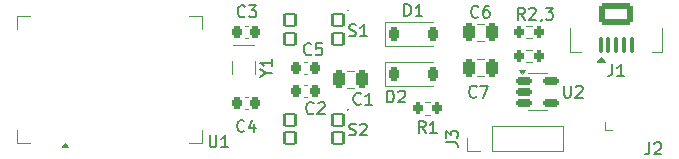
<source format=gbr>
%TF.GenerationSoftware,KiCad,Pcbnew,8.0.9*%
%TF.CreationDate,2025-03-20T13:35:36-07:00*%
%TF.ProjectId,bmbbmcp,626d6262-6d63-4702-9e6b-696361645f70,R1*%
%TF.SameCoordinates,Original*%
%TF.FileFunction,Legend,Top*%
%TF.FilePolarity,Positive*%
%FSLAX46Y46*%
G04 Gerber Fmt 4.6, Leading zero omitted, Abs format (unit mm)*
G04 Created by KiCad (PCBNEW 8.0.9) date 2025-03-20 13:35:36*
%MOMM*%
%LPD*%
G01*
G04 APERTURE LIST*
G04 Aperture macros list*
%AMRoundRect*
0 Rectangle with rounded corners*
0 $1 Rounding radius*
0 $2 $3 $4 $5 $6 $7 $8 $9 X,Y pos of 4 corners*
0 Add a 4 corners polygon primitive as box body*
4,1,4,$2,$3,$4,$5,$6,$7,$8,$9,$2,$3,0*
0 Add four circle primitives for the rounded corners*
1,1,$1+$1,$2,$3*
1,1,$1+$1,$4,$5*
1,1,$1+$1,$6,$7*
1,1,$1+$1,$8,$9*
0 Add four rect primitives between the rounded corners*
20,1,$1+$1,$2,$3,$4,$5,0*
20,1,$1+$1,$4,$5,$6,$7,0*
20,1,$1+$1,$6,$7,$8,$9,0*
20,1,$1+$1,$8,$9,$2,$3,0*%
G04 Aperture macros list end*
%ADD10C,0.150000*%
%ADD11C,0.120000*%
%ADD12C,0.127000*%
%ADD13RoundRect,0.225000X-0.225000X-0.250000X0.225000X-0.250000X0.225000X0.250000X-0.225000X0.250000X0*%
%ADD14RoundRect,0.250000X-0.250000X-0.475000X0.250000X-0.475000X0.250000X0.475000X-0.250000X0.475000X0*%
%ADD15RoundRect,0.102000X-0.450000X-0.500000X0.450000X-0.500000X0.450000X0.500000X-0.450000X0.500000X0*%
%ADD16RoundRect,0.200000X-0.200000X-0.275000X0.200000X-0.275000X0.200000X0.275000X-0.200000X0.275000X0*%
%ADD17RoundRect,0.100000X0.100000X0.575000X-0.100000X0.575000X-0.100000X-0.575000X0.100000X-0.575000X0*%
%ADD18O,1.000000X1.900000*%
%ADD19R,0.875000X1.900000*%
%ADD20O,1.050000X1.250000*%
%ADD21RoundRect,0.250000X1.200000X0.700000X-1.200000X0.700000X-1.200000X-0.700000X1.200000X-0.700000X0*%
%ADD22RoundRect,0.225000X-0.225000X-0.375000X0.225000X-0.375000X0.225000X0.375000X-0.225000X0.375000X0*%
%ADD23R,0.400000X0.600000*%
%ADD24R,0.600000X0.400000*%
%ADD25R,1.350000X1.350000*%
%ADD26O,1.350000X1.350000*%
%ADD27RoundRect,0.150000X-0.512500X-0.150000X0.512500X-0.150000X0.512500X0.150000X-0.512500X0.150000X0*%
%ADD28R,1.800000X1.000000*%
%ADD29C,0.990600*%
%ADD30C,0.787400*%
G04 APERTURE END LIST*
D10*
X145633333Y-90759580D02*
X145585714Y-90807200D01*
X145585714Y-90807200D02*
X145442857Y-90854819D01*
X145442857Y-90854819D02*
X145347619Y-90854819D01*
X145347619Y-90854819D02*
X145204762Y-90807200D01*
X145204762Y-90807200D02*
X145109524Y-90711961D01*
X145109524Y-90711961D02*
X145061905Y-90616723D01*
X145061905Y-90616723D02*
X145014286Y-90426247D01*
X145014286Y-90426247D02*
X145014286Y-90283390D01*
X145014286Y-90283390D02*
X145061905Y-90092914D01*
X145061905Y-90092914D02*
X145109524Y-89997676D01*
X145109524Y-89997676D02*
X145204762Y-89902438D01*
X145204762Y-89902438D02*
X145347619Y-89854819D01*
X145347619Y-89854819D02*
X145442857Y-89854819D01*
X145442857Y-89854819D02*
X145585714Y-89902438D01*
X145585714Y-89902438D02*
X145633333Y-89950057D01*
X146538095Y-89854819D02*
X146061905Y-89854819D01*
X146061905Y-89854819D02*
X146014286Y-90331009D01*
X146014286Y-90331009D02*
X146061905Y-90283390D01*
X146061905Y-90283390D02*
X146157143Y-90235771D01*
X146157143Y-90235771D02*
X146395238Y-90235771D01*
X146395238Y-90235771D02*
X146490476Y-90283390D01*
X146490476Y-90283390D02*
X146538095Y-90331009D01*
X146538095Y-90331009D02*
X146585714Y-90426247D01*
X146585714Y-90426247D02*
X146585714Y-90664342D01*
X146585714Y-90664342D02*
X146538095Y-90759580D01*
X146538095Y-90759580D02*
X146490476Y-90807200D01*
X146490476Y-90807200D02*
X146395238Y-90854819D01*
X146395238Y-90854819D02*
X146157143Y-90854819D01*
X146157143Y-90854819D02*
X146061905Y-90807200D01*
X146061905Y-90807200D02*
X146014286Y-90759580D01*
X149833333Y-94959580D02*
X149785714Y-95007200D01*
X149785714Y-95007200D02*
X149642857Y-95054819D01*
X149642857Y-95054819D02*
X149547619Y-95054819D01*
X149547619Y-95054819D02*
X149404762Y-95007200D01*
X149404762Y-95007200D02*
X149309524Y-94911961D01*
X149309524Y-94911961D02*
X149261905Y-94816723D01*
X149261905Y-94816723D02*
X149214286Y-94626247D01*
X149214286Y-94626247D02*
X149214286Y-94483390D01*
X149214286Y-94483390D02*
X149261905Y-94292914D01*
X149261905Y-94292914D02*
X149309524Y-94197676D01*
X149309524Y-94197676D02*
X149404762Y-94102438D01*
X149404762Y-94102438D02*
X149547619Y-94054819D01*
X149547619Y-94054819D02*
X149642857Y-94054819D01*
X149642857Y-94054819D02*
X149785714Y-94102438D01*
X149785714Y-94102438D02*
X149833333Y-94150057D01*
X150785714Y-95054819D02*
X150214286Y-95054819D01*
X150500000Y-95054819D02*
X150500000Y-94054819D01*
X150500000Y-94054819D02*
X150404762Y-94197676D01*
X150404762Y-94197676D02*
X150309524Y-94292914D01*
X150309524Y-94292914D02*
X150214286Y-94340533D01*
X148838095Y-89207200D02*
X148980952Y-89254819D01*
X148980952Y-89254819D02*
X149219047Y-89254819D01*
X149219047Y-89254819D02*
X149314285Y-89207200D01*
X149314285Y-89207200D02*
X149361904Y-89159580D01*
X149361904Y-89159580D02*
X149409523Y-89064342D01*
X149409523Y-89064342D02*
X149409523Y-88969104D01*
X149409523Y-88969104D02*
X149361904Y-88873866D01*
X149361904Y-88873866D02*
X149314285Y-88826247D01*
X149314285Y-88826247D02*
X149219047Y-88778628D01*
X149219047Y-88778628D02*
X149028571Y-88731009D01*
X149028571Y-88731009D02*
X148933333Y-88683390D01*
X148933333Y-88683390D02*
X148885714Y-88635771D01*
X148885714Y-88635771D02*
X148838095Y-88540533D01*
X148838095Y-88540533D02*
X148838095Y-88445295D01*
X148838095Y-88445295D02*
X148885714Y-88350057D01*
X148885714Y-88350057D02*
X148933333Y-88302438D01*
X148933333Y-88302438D02*
X149028571Y-88254819D01*
X149028571Y-88254819D02*
X149266666Y-88254819D01*
X149266666Y-88254819D02*
X149409523Y-88302438D01*
X150361904Y-89254819D02*
X149790476Y-89254819D01*
X150076190Y-89254819D02*
X150076190Y-88254819D01*
X150076190Y-88254819D02*
X149980952Y-88397676D01*
X149980952Y-88397676D02*
X149885714Y-88492914D01*
X149885714Y-88492914D02*
X149790476Y-88540533D01*
X140033333Y-87559580D02*
X139985714Y-87607200D01*
X139985714Y-87607200D02*
X139842857Y-87654819D01*
X139842857Y-87654819D02*
X139747619Y-87654819D01*
X139747619Y-87654819D02*
X139604762Y-87607200D01*
X139604762Y-87607200D02*
X139509524Y-87511961D01*
X139509524Y-87511961D02*
X139461905Y-87416723D01*
X139461905Y-87416723D02*
X139414286Y-87226247D01*
X139414286Y-87226247D02*
X139414286Y-87083390D01*
X139414286Y-87083390D02*
X139461905Y-86892914D01*
X139461905Y-86892914D02*
X139509524Y-86797676D01*
X139509524Y-86797676D02*
X139604762Y-86702438D01*
X139604762Y-86702438D02*
X139747619Y-86654819D01*
X139747619Y-86654819D02*
X139842857Y-86654819D01*
X139842857Y-86654819D02*
X139985714Y-86702438D01*
X139985714Y-86702438D02*
X140033333Y-86750057D01*
X140366667Y-86654819D02*
X140985714Y-86654819D01*
X140985714Y-86654819D02*
X140652381Y-87035771D01*
X140652381Y-87035771D02*
X140795238Y-87035771D01*
X140795238Y-87035771D02*
X140890476Y-87083390D01*
X140890476Y-87083390D02*
X140938095Y-87131009D01*
X140938095Y-87131009D02*
X140985714Y-87226247D01*
X140985714Y-87226247D02*
X140985714Y-87464342D01*
X140985714Y-87464342D02*
X140938095Y-87559580D01*
X140938095Y-87559580D02*
X140890476Y-87607200D01*
X140890476Y-87607200D02*
X140795238Y-87654819D01*
X140795238Y-87654819D02*
X140509524Y-87654819D01*
X140509524Y-87654819D02*
X140414286Y-87607200D01*
X140414286Y-87607200D02*
X140366667Y-87559580D01*
X163719047Y-87854819D02*
X163385714Y-87378628D01*
X163147619Y-87854819D02*
X163147619Y-86854819D01*
X163147619Y-86854819D02*
X163528571Y-86854819D01*
X163528571Y-86854819D02*
X163623809Y-86902438D01*
X163623809Y-86902438D02*
X163671428Y-86950057D01*
X163671428Y-86950057D02*
X163719047Y-87045295D01*
X163719047Y-87045295D02*
X163719047Y-87188152D01*
X163719047Y-87188152D02*
X163671428Y-87283390D01*
X163671428Y-87283390D02*
X163623809Y-87331009D01*
X163623809Y-87331009D02*
X163528571Y-87378628D01*
X163528571Y-87378628D02*
X163147619Y-87378628D01*
X164100000Y-86950057D02*
X164147619Y-86902438D01*
X164147619Y-86902438D02*
X164242857Y-86854819D01*
X164242857Y-86854819D02*
X164480952Y-86854819D01*
X164480952Y-86854819D02*
X164576190Y-86902438D01*
X164576190Y-86902438D02*
X164623809Y-86950057D01*
X164623809Y-86950057D02*
X164671428Y-87045295D01*
X164671428Y-87045295D02*
X164671428Y-87140533D01*
X164671428Y-87140533D02*
X164623809Y-87283390D01*
X164623809Y-87283390D02*
X164052381Y-87854819D01*
X164052381Y-87854819D02*
X164671428Y-87854819D01*
X165147619Y-87807200D02*
X165147619Y-87854819D01*
X165147619Y-87854819D02*
X165100000Y-87950057D01*
X165100000Y-87950057D02*
X165052381Y-87997676D01*
X165480952Y-86854819D02*
X166099999Y-86854819D01*
X166099999Y-86854819D02*
X165766666Y-87235771D01*
X165766666Y-87235771D02*
X165909523Y-87235771D01*
X165909523Y-87235771D02*
X166004761Y-87283390D01*
X166004761Y-87283390D02*
X166052380Y-87331009D01*
X166052380Y-87331009D02*
X166099999Y-87426247D01*
X166099999Y-87426247D02*
X166099999Y-87664342D01*
X166099999Y-87664342D02*
X166052380Y-87759580D01*
X166052380Y-87759580D02*
X166004761Y-87807200D01*
X166004761Y-87807200D02*
X165909523Y-87854819D01*
X165909523Y-87854819D02*
X165623809Y-87854819D01*
X165623809Y-87854819D02*
X165528571Y-87807200D01*
X165528571Y-87807200D02*
X165480952Y-87759580D01*
X171121666Y-91619819D02*
X171121666Y-92334104D01*
X171121666Y-92334104D02*
X171074047Y-92476961D01*
X171074047Y-92476961D02*
X170978809Y-92572200D01*
X170978809Y-92572200D02*
X170835952Y-92619819D01*
X170835952Y-92619819D02*
X170740714Y-92619819D01*
X172121666Y-92619819D02*
X171550238Y-92619819D01*
X171835952Y-92619819D02*
X171835952Y-91619819D01*
X171835952Y-91619819D02*
X171740714Y-91762676D01*
X171740714Y-91762676D02*
X171645476Y-91857914D01*
X171645476Y-91857914D02*
X171550238Y-91905533D01*
X159798333Y-87594580D02*
X159750714Y-87642200D01*
X159750714Y-87642200D02*
X159607857Y-87689819D01*
X159607857Y-87689819D02*
X159512619Y-87689819D01*
X159512619Y-87689819D02*
X159369762Y-87642200D01*
X159369762Y-87642200D02*
X159274524Y-87546961D01*
X159274524Y-87546961D02*
X159226905Y-87451723D01*
X159226905Y-87451723D02*
X159179286Y-87261247D01*
X159179286Y-87261247D02*
X159179286Y-87118390D01*
X159179286Y-87118390D02*
X159226905Y-86927914D01*
X159226905Y-86927914D02*
X159274524Y-86832676D01*
X159274524Y-86832676D02*
X159369762Y-86737438D01*
X159369762Y-86737438D02*
X159512619Y-86689819D01*
X159512619Y-86689819D02*
X159607857Y-86689819D01*
X159607857Y-86689819D02*
X159750714Y-86737438D01*
X159750714Y-86737438D02*
X159798333Y-86785057D01*
X160655476Y-86689819D02*
X160465000Y-86689819D01*
X160465000Y-86689819D02*
X160369762Y-86737438D01*
X160369762Y-86737438D02*
X160322143Y-86785057D01*
X160322143Y-86785057D02*
X160226905Y-86927914D01*
X160226905Y-86927914D02*
X160179286Y-87118390D01*
X160179286Y-87118390D02*
X160179286Y-87499342D01*
X160179286Y-87499342D02*
X160226905Y-87594580D01*
X160226905Y-87594580D02*
X160274524Y-87642200D01*
X160274524Y-87642200D02*
X160369762Y-87689819D01*
X160369762Y-87689819D02*
X160560238Y-87689819D01*
X160560238Y-87689819D02*
X160655476Y-87642200D01*
X160655476Y-87642200D02*
X160703095Y-87594580D01*
X160703095Y-87594580D02*
X160750714Y-87499342D01*
X160750714Y-87499342D02*
X160750714Y-87261247D01*
X160750714Y-87261247D02*
X160703095Y-87166009D01*
X160703095Y-87166009D02*
X160655476Y-87118390D01*
X160655476Y-87118390D02*
X160560238Y-87070771D01*
X160560238Y-87070771D02*
X160369762Y-87070771D01*
X160369762Y-87070771D02*
X160274524Y-87118390D01*
X160274524Y-87118390D02*
X160226905Y-87166009D01*
X160226905Y-87166009D02*
X160179286Y-87261247D01*
X139973333Y-97274580D02*
X139925714Y-97322200D01*
X139925714Y-97322200D02*
X139782857Y-97369819D01*
X139782857Y-97369819D02*
X139687619Y-97369819D01*
X139687619Y-97369819D02*
X139544762Y-97322200D01*
X139544762Y-97322200D02*
X139449524Y-97226961D01*
X139449524Y-97226961D02*
X139401905Y-97131723D01*
X139401905Y-97131723D02*
X139354286Y-96941247D01*
X139354286Y-96941247D02*
X139354286Y-96798390D01*
X139354286Y-96798390D02*
X139401905Y-96607914D01*
X139401905Y-96607914D02*
X139449524Y-96512676D01*
X139449524Y-96512676D02*
X139544762Y-96417438D01*
X139544762Y-96417438D02*
X139687619Y-96369819D01*
X139687619Y-96369819D02*
X139782857Y-96369819D01*
X139782857Y-96369819D02*
X139925714Y-96417438D01*
X139925714Y-96417438D02*
X139973333Y-96465057D01*
X140830476Y-96703152D02*
X140830476Y-97369819D01*
X140592381Y-96322200D02*
X140354286Y-97036485D01*
X140354286Y-97036485D02*
X140973333Y-97036485D01*
X155318333Y-97454819D02*
X154985000Y-96978628D01*
X154746905Y-97454819D02*
X154746905Y-96454819D01*
X154746905Y-96454819D02*
X155127857Y-96454819D01*
X155127857Y-96454819D02*
X155223095Y-96502438D01*
X155223095Y-96502438D02*
X155270714Y-96550057D01*
X155270714Y-96550057D02*
X155318333Y-96645295D01*
X155318333Y-96645295D02*
X155318333Y-96788152D01*
X155318333Y-96788152D02*
X155270714Y-96883390D01*
X155270714Y-96883390D02*
X155223095Y-96931009D01*
X155223095Y-96931009D02*
X155127857Y-96978628D01*
X155127857Y-96978628D02*
X154746905Y-96978628D01*
X156270714Y-97454819D02*
X155699286Y-97454819D01*
X155985000Y-97454819D02*
X155985000Y-96454819D01*
X155985000Y-96454819D02*
X155889762Y-96597676D01*
X155889762Y-96597676D02*
X155794524Y-96692914D01*
X155794524Y-96692914D02*
X155699286Y-96740533D01*
X148838095Y-97607200D02*
X148980952Y-97654819D01*
X148980952Y-97654819D02*
X149219047Y-97654819D01*
X149219047Y-97654819D02*
X149314285Y-97607200D01*
X149314285Y-97607200D02*
X149361904Y-97559580D01*
X149361904Y-97559580D02*
X149409523Y-97464342D01*
X149409523Y-97464342D02*
X149409523Y-97369104D01*
X149409523Y-97369104D02*
X149361904Y-97273866D01*
X149361904Y-97273866D02*
X149314285Y-97226247D01*
X149314285Y-97226247D02*
X149219047Y-97178628D01*
X149219047Y-97178628D02*
X149028571Y-97131009D01*
X149028571Y-97131009D02*
X148933333Y-97083390D01*
X148933333Y-97083390D02*
X148885714Y-97035771D01*
X148885714Y-97035771D02*
X148838095Y-96940533D01*
X148838095Y-96940533D02*
X148838095Y-96845295D01*
X148838095Y-96845295D02*
X148885714Y-96750057D01*
X148885714Y-96750057D02*
X148933333Y-96702438D01*
X148933333Y-96702438D02*
X149028571Y-96654819D01*
X149028571Y-96654819D02*
X149266666Y-96654819D01*
X149266666Y-96654819D02*
X149409523Y-96702438D01*
X149790476Y-96750057D02*
X149838095Y-96702438D01*
X149838095Y-96702438D02*
X149933333Y-96654819D01*
X149933333Y-96654819D02*
X150171428Y-96654819D01*
X150171428Y-96654819D02*
X150266666Y-96702438D01*
X150266666Y-96702438D02*
X150314285Y-96750057D01*
X150314285Y-96750057D02*
X150361904Y-96845295D01*
X150361904Y-96845295D02*
X150361904Y-96940533D01*
X150361904Y-96940533D02*
X150314285Y-97083390D01*
X150314285Y-97083390D02*
X149742857Y-97654819D01*
X149742857Y-97654819D02*
X150361904Y-97654819D01*
X152061905Y-94854819D02*
X152061905Y-93854819D01*
X152061905Y-93854819D02*
X152300000Y-93854819D01*
X152300000Y-93854819D02*
X152442857Y-93902438D01*
X152442857Y-93902438D02*
X152538095Y-93997676D01*
X152538095Y-93997676D02*
X152585714Y-94092914D01*
X152585714Y-94092914D02*
X152633333Y-94283390D01*
X152633333Y-94283390D02*
X152633333Y-94426247D01*
X152633333Y-94426247D02*
X152585714Y-94616723D01*
X152585714Y-94616723D02*
X152538095Y-94711961D01*
X152538095Y-94711961D02*
X152442857Y-94807200D01*
X152442857Y-94807200D02*
X152300000Y-94854819D01*
X152300000Y-94854819D02*
X152061905Y-94854819D01*
X153014286Y-93950057D02*
X153061905Y-93902438D01*
X153061905Y-93902438D02*
X153157143Y-93854819D01*
X153157143Y-93854819D02*
X153395238Y-93854819D01*
X153395238Y-93854819D02*
X153490476Y-93902438D01*
X153490476Y-93902438D02*
X153538095Y-93950057D01*
X153538095Y-93950057D02*
X153585714Y-94045295D01*
X153585714Y-94045295D02*
X153585714Y-94140533D01*
X153585714Y-94140533D02*
X153538095Y-94283390D01*
X153538095Y-94283390D02*
X152966667Y-94854819D01*
X152966667Y-94854819D02*
X153585714Y-94854819D01*
X137038095Y-97654819D02*
X137038095Y-98464342D01*
X137038095Y-98464342D02*
X137085714Y-98559580D01*
X137085714Y-98559580D02*
X137133333Y-98607200D01*
X137133333Y-98607200D02*
X137228571Y-98654819D01*
X137228571Y-98654819D02*
X137419047Y-98654819D01*
X137419047Y-98654819D02*
X137514285Y-98607200D01*
X137514285Y-98607200D02*
X137561904Y-98559580D01*
X137561904Y-98559580D02*
X137609523Y-98464342D01*
X137609523Y-98464342D02*
X137609523Y-97654819D01*
X138609523Y-98654819D02*
X138038095Y-98654819D01*
X138323809Y-98654819D02*
X138323809Y-97654819D01*
X138323809Y-97654819D02*
X138228571Y-97797676D01*
X138228571Y-97797676D02*
X138133333Y-97892914D01*
X138133333Y-97892914D02*
X138038095Y-97940533D01*
X159633333Y-94359580D02*
X159585714Y-94407200D01*
X159585714Y-94407200D02*
X159442857Y-94454819D01*
X159442857Y-94454819D02*
X159347619Y-94454819D01*
X159347619Y-94454819D02*
X159204762Y-94407200D01*
X159204762Y-94407200D02*
X159109524Y-94311961D01*
X159109524Y-94311961D02*
X159061905Y-94216723D01*
X159061905Y-94216723D02*
X159014286Y-94026247D01*
X159014286Y-94026247D02*
X159014286Y-93883390D01*
X159014286Y-93883390D02*
X159061905Y-93692914D01*
X159061905Y-93692914D02*
X159109524Y-93597676D01*
X159109524Y-93597676D02*
X159204762Y-93502438D01*
X159204762Y-93502438D02*
X159347619Y-93454819D01*
X159347619Y-93454819D02*
X159442857Y-93454819D01*
X159442857Y-93454819D02*
X159585714Y-93502438D01*
X159585714Y-93502438D02*
X159633333Y-93550057D01*
X159966667Y-93454819D02*
X160633333Y-93454819D01*
X160633333Y-93454819D02*
X160204762Y-94454819D01*
X153526905Y-87539819D02*
X153526905Y-86539819D01*
X153526905Y-86539819D02*
X153765000Y-86539819D01*
X153765000Y-86539819D02*
X153907857Y-86587438D01*
X153907857Y-86587438D02*
X154003095Y-86682676D01*
X154003095Y-86682676D02*
X154050714Y-86777914D01*
X154050714Y-86777914D02*
X154098333Y-86968390D01*
X154098333Y-86968390D02*
X154098333Y-87111247D01*
X154098333Y-87111247D02*
X154050714Y-87301723D01*
X154050714Y-87301723D02*
X154003095Y-87396961D01*
X154003095Y-87396961D02*
X153907857Y-87492200D01*
X153907857Y-87492200D02*
X153765000Y-87539819D01*
X153765000Y-87539819D02*
X153526905Y-87539819D01*
X155050714Y-87539819D02*
X154479286Y-87539819D01*
X154765000Y-87539819D02*
X154765000Y-86539819D01*
X154765000Y-86539819D02*
X154669762Y-86682676D01*
X154669762Y-86682676D02*
X154574524Y-86777914D01*
X154574524Y-86777914D02*
X154479286Y-86825533D01*
X157054819Y-98248333D02*
X157769104Y-98248333D01*
X157769104Y-98248333D02*
X157911961Y-98295952D01*
X157911961Y-98295952D02*
X158007200Y-98391190D01*
X158007200Y-98391190D02*
X158054819Y-98534047D01*
X158054819Y-98534047D02*
X158054819Y-98629285D01*
X157054819Y-97867380D02*
X157054819Y-97248333D01*
X157054819Y-97248333D02*
X157435771Y-97581666D01*
X157435771Y-97581666D02*
X157435771Y-97438809D01*
X157435771Y-97438809D02*
X157483390Y-97343571D01*
X157483390Y-97343571D02*
X157531009Y-97295952D01*
X157531009Y-97295952D02*
X157626247Y-97248333D01*
X157626247Y-97248333D02*
X157864342Y-97248333D01*
X157864342Y-97248333D02*
X157959580Y-97295952D01*
X157959580Y-97295952D02*
X158007200Y-97343571D01*
X158007200Y-97343571D02*
X158054819Y-97438809D01*
X158054819Y-97438809D02*
X158054819Y-97724523D01*
X158054819Y-97724523D02*
X158007200Y-97819761D01*
X158007200Y-97819761D02*
X157959580Y-97867380D01*
X145833333Y-95759580D02*
X145785714Y-95807200D01*
X145785714Y-95807200D02*
X145642857Y-95854819D01*
X145642857Y-95854819D02*
X145547619Y-95854819D01*
X145547619Y-95854819D02*
X145404762Y-95807200D01*
X145404762Y-95807200D02*
X145309524Y-95711961D01*
X145309524Y-95711961D02*
X145261905Y-95616723D01*
X145261905Y-95616723D02*
X145214286Y-95426247D01*
X145214286Y-95426247D02*
X145214286Y-95283390D01*
X145214286Y-95283390D02*
X145261905Y-95092914D01*
X145261905Y-95092914D02*
X145309524Y-94997676D01*
X145309524Y-94997676D02*
X145404762Y-94902438D01*
X145404762Y-94902438D02*
X145547619Y-94854819D01*
X145547619Y-94854819D02*
X145642857Y-94854819D01*
X145642857Y-94854819D02*
X145785714Y-94902438D01*
X145785714Y-94902438D02*
X145833333Y-94950057D01*
X146214286Y-94950057D02*
X146261905Y-94902438D01*
X146261905Y-94902438D02*
X146357143Y-94854819D01*
X146357143Y-94854819D02*
X146595238Y-94854819D01*
X146595238Y-94854819D02*
X146690476Y-94902438D01*
X146690476Y-94902438D02*
X146738095Y-94950057D01*
X146738095Y-94950057D02*
X146785714Y-95045295D01*
X146785714Y-95045295D02*
X146785714Y-95140533D01*
X146785714Y-95140533D02*
X146738095Y-95283390D01*
X146738095Y-95283390D02*
X146166667Y-95854819D01*
X146166667Y-95854819D02*
X146785714Y-95854819D01*
X167038095Y-93454819D02*
X167038095Y-94264342D01*
X167038095Y-94264342D02*
X167085714Y-94359580D01*
X167085714Y-94359580D02*
X167133333Y-94407200D01*
X167133333Y-94407200D02*
X167228571Y-94454819D01*
X167228571Y-94454819D02*
X167419047Y-94454819D01*
X167419047Y-94454819D02*
X167514285Y-94407200D01*
X167514285Y-94407200D02*
X167561904Y-94359580D01*
X167561904Y-94359580D02*
X167609523Y-94264342D01*
X167609523Y-94264342D02*
X167609523Y-93454819D01*
X168038095Y-93550057D02*
X168085714Y-93502438D01*
X168085714Y-93502438D02*
X168180952Y-93454819D01*
X168180952Y-93454819D02*
X168419047Y-93454819D01*
X168419047Y-93454819D02*
X168514285Y-93502438D01*
X168514285Y-93502438D02*
X168561904Y-93550057D01*
X168561904Y-93550057D02*
X168609523Y-93645295D01*
X168609523Y-93645295D02*
X168609523Y-93740533D01*
X168609523Y-93740533D02*
X168561904Y-93883390D01*
X168561904Y-93883390D02*
X167990476Y-94454819D01*
X167990476Y-94454819D02*
X168609523Y-94454819D01*
X141843628Y-92391190D02*
X142319819Y-92391190D01*
X141319819Y-92724523D02*
X141843628Y-92391190D01*
X141843628Y-92391190D02*
X141319819Y-92057857D01*
X142319819Y-91200714D02*
X142319819Y-91772142D01*
X142319819Y-91486428D02*
X141319819Y-91486428D01*
X141319819Y-91486428D02*
X141462676Y-91581666D01*
X141462676Y-91581666D02*
X141557914Y-91676904D01*
X141557914Y-91676904D02*
X141605533Y-91772142D01*
X174266666Y-98254819D02*
X174266666Y-98969104D01*
X174266666Y-98969104D02*
X174219047Y-99111961D01*
X174219047Y-99111961D02*
X174123809Y-99207200D01*
X174123809Y-99207200D02*
X173980952Y-99254819D01*
X173980952Y-99254819D02*
X173885714Y-99254819D01*
X174695238Y-98350057D02*
X174742857Y-98302438D01*
X174742857Y-98302438D02*
X174838095Y-98254819D01*
X174838095Y-98254819D02*
X175076190Y-98254819D01*
X175076190Y-98254819D02*
X175171428Y-98302438D01*
X175171428Y-98302438D02*
X175219047Y-98350057D01*
X175219047Y-98350057D02*
X175266666Y-98445295D01*
X175266666Y-98445295D02*
X175266666Y-98540533D01*
X175266666Y-98540533D02*
X175219047Y-98683390D01*
X175219047Y-98683390D02*
X174647619Y-99254819D01*
X174647619Y-99254819D02*
X175266666Y-99254819D01*
D11*
%TO.C,C5*%
X144999420Y-91405000D02*
X145280580Y-91405000D01*
X144999420Y-92425000D02*
X145280580Y-92425000D01*
%TO.C,C1*%
X148703748Y-92180000D02*
X149226252Y-92180000D01*
X148703748Y-93650000D02*
X149226252Y-93650000D01*
D12*
%TO.C,S1*%
X148747250Y-87078200D02*
G75*
G02*
X148715950Y-87078200I-15650J0D01*
G01*
X148715950Y-87078200D02*
G75*
G02*
X148747250Y-87078200I15650J0D01*
G01*
D11*
%TO.C,C3*%
X139999420Y-88405000D02*
X140280580Y-88405000D01*
X139999420Y-89425000D02*
X140280580Y-89425000D01*
%TO.C,R2\u002C3*%
X163852742Y-88392500D02*
X164327258Y-88392500D01*
X163852742Y-89437500D02*
X164327258Y-89437500D01*
%TO.C,J1*%
X167585000Y-90635000D02*
X167585000Y-88565000D01*
X168455000Y-90635000D02*
X167585000Y-90635000D01*
X175325000Y-90635000D02*
X174455000Y-90635000D01*
X175325000Y-90635000D02*
X175325000Y-88565000D01*
X170495000Y-91445000D02*
X169815000Y-91445000D01*
X170155000Y-90975000D01*
X170495000Y-91445000D01*
G36*
X170495000Y-91445000D02*
G01*
X169815000Y-91445000D01*
X170155000Y-90975000D01*
X170495000Y-91445000D01*
G37*
%TO.C,C6*%
X159703748Y-88180000D02*
X160226252Y-88180000D01*
X159703748Y-89650000D02*
X160226252Y-89650000D01*
%TO.C,R2*%
X163852742Y-90392500D02*
X164327258Y-90392500D01*
X163852742Y-91437500D02*
X164327258Y-91437500D01*
%TO.C,C4*%
X139999420Y-94405000D02*
X140280580Y-94405000D01*
X139999420Y-95425000D02*
X140280580Y-95425000D01*
%TO.C,R1*%
X155247742Y-94842500D02*
X155722258Y-94842500D01*
X155247742Y-95887500D02*
X155722258Y-95887500D01*
D12*
%TO.C,S2*%
X148747250Y-95478200D02*
G75*
G02*
X148715950Y-95478200I-15650J0D01*
G01*
X148715950Y-95478200D02*
G75*
G02*
X148747250Y-95478200I15650J0D01*
G01*
D11*
%TO.C,D2*%
X151905000Y-91435000D02*
X151905000Y-93435000D01*
X151905000Y-91435000D02*
X155915000Y-91435000D01*
X151905000Y-93435000D02*
X155915000Y-93435000D01*
%TO.C,U1*%
X120715000Y-87565000D02*
X121815000Y-87565000D01*
X120715000Y-88665000D02*
X120715000Y-87565000D01*
X120715000Y-97165000D02*
X120715000Y-98265000D01*
X120715000Y-98265000D02*
X121815000Y-98265000D01*
X135315000Y-87565000D02*
X136415000Y-87565000D01*
X135315000Y-98265000D02*
X136415000Y-98265000D01*
X136415000Y-87565000D02*
X136415000Y-88665000D01*
X136415000Y-98265000D02*
X136415000Y-97165000D01*
X125055000Y-98626000D02*
X124575000Y-98626000D01*
X124815000Y-98290000D01*
X125055000Y-98626000D01*
G36*
X125055000Y-98626000D02*
G01*
X124575000Y-98626000D01*
X124815000Y-98290000D01*
X125055000Y-98626000D01*
G37*
%TO.C,C7*%
X159703748Y-91190000D02*
X160226252Y-91190000D01*
X159703748Y-92660000D02*
X160226252Y-92660000D01*
%TO.C,D1*%
X151905000Y-88085000D02*
X151905000Y-90085000D01*
X151905000Y-88085000D02*
X155915000Y-88085000D01*
X151905000Y-90085000D02*
X155915000Y-90085000D01*
%TO.C,J3*%
X158855000Y-98975000D02*
X158855000Y-97915000D01*
X159915000Y-98975000D02*
X158855000Y-98975000D01*
X160915000Y-96855000D02*
X166975000Y-96855000D01*
X160915000Y-98975000D02*
X160915000Y-96855000D01*
X160915000Y-98975000D02*
X166975000Y-98975000D01*
X166975000Y-98975000D02*
X166975000Y-96855000D01*
%TO.C,C2*%
X144999420Y-93405000D02*
X145280580Y-93405000D01*
X144999420Y-94425000D02*
X145280580Y-94425000D01*
%TO.C,U2*%
X164777500Y-92405000D02*
X163977500Y-92405000D01*
X164777500Y-92405000D02*
X165577500Y-92405000D01*
X164777500Y-95525000D02*
X163977500Y-95525000D01*
X164777500Y-95525000D02*
X165577500Y-95525000D01*
X163477500Y-92455000D02*
X163237500Y-92125000D01*
X163717500Y-92125000D01*
X163477500Y-92455000D01*
G36*
X163477500Y-92455000D02*
G01*
X163237500Y-92125000D01*
X163717500Y-92125000D01*
X163477500Y-92455000D01*
G37*
%TO.C,Y1*%
X138965000Y-91365000D02*
X138965000Y-92465000D01*
X140815000Y-89965000D02*
X139015000Y-89965000D01*
X140865000Y-91365000D02*
X140865000Y-92465000D01*
%TO.C,J2*%
X170470000Y-97169000D02*
X170470000Y-96534000D01*
X171105000Y-97169000D02*
X170470000Y-97169000D01*
%TD*%
%LPC*%
D13*
%TO.C,C5*%
X144365000Y-91915000D03*
X145915000Y-91915000D03*
%TD*%
D14*
%TO.C,C1*%
X148015000Y-92915000D03*
X149915000Y-92915000D03*
%TD*%
D15*
%TO.C,S1*%
X147915000Y-87915000D03*
X147915000Y-89515000D03*
X143815000Y-87915000D03*
X143815000Y-89515000D03*
%TD*%
D13*
%TO.C,C3*%
X139365000Y-88915000D03*
X140915000Y-88915000D03*
%TD*%
D16*
%TO.C,R2\u002C3*%
X163265000Y-88915000D03*
X164915000Y-88915000D03*
%TD*%
D17*
%TO.C,J1*%
X170155000Y-90040000D03*
X170805000Y-90040000D03*
X171455000Y-90040000D03*
X172105000Y-90040000D03*
X172755000Y-90040000D03*
D18*
X175630000Y-87365000D03*
D19*
X175192500Y-87365000D03*
D20*
X173680000Y-90365000D03*
D21*
X171455000Y-87365000D03*
D20*
X169230000Y-90365000D03*
D19*
X167717500Y-87365000D03*
D18*
X167280000Y-87365000D03*
%TD*%
D14*
%TO.C,C6*%
X159015000Y-88915000D03*
X160915000Y-88915000D03*
%TD*%
D16*
%TO.C,R2*%
X163265000Y-90915000D03*
X164915000Y-90915000D03*
%TD*%
D13*
%TO.C,C4*%
X139365000Y-94915000D03*
X140915000Y-94915000D03*
%TD*%
D16*
%TO.C,R1*%
X154660000Y-95365000D03*
X156310000Y-95365000D03*
%TD*%
D15*
%TO.C,S2*%
X147915000Y-96315000D03*
X147915000Y-97915000D03*
X143815000Y-96315000D03*
X143815000Y-97915000D03*
%TD*%
D22*
%TO.C,D2*%
X152615000Y-92435000D03*
X155915000Y-92435000D03*
%TD*%
D23*
%TO.C,U1*%
X124815000Y-97565000D03*
X125915000Y-97565000D03*
X126715000Y-97565000D03*
X128315000Y-97565000D03*
X128715000Y-96665000D03*
X129115000Y-97565000D03*
X129515000Y-96665000D03*
X129915000Y-97565000D03*
X130315000Y-96665000D03*
X130715000Y-97565000D03*
X131115000Y-96665000D03*
X131515000Y-97565000D03*
X131915000Y-96665000D03*
X132315000Y-97565000D03*
D24*
X135715000Y-97715000D03*
X135715000Y-96915000D03*
X135715000Y-96115000D03*
X135715000Y-95315000D03*
X134815000Y-94915000D03*
X135715000Y-94515000D03*
X134815000Y-94115000D03*
X135715000Y-93715000D03*
X134815000Y-93315000D03*
X135715000Y-92915000D03*
X134815000Y-92515000D03*
X135715000Y-92115000D03*
X134815000Y-91715000D03*
X135715000Y-91315000D03*
X134815000Y-90915000D03*
X135715000Y-90515000D03*
X135715000Y-89715000D03*
X135715000Y-88915000D03*
X135715000Y-88115000D03*
D23*
X134715000Y-88265000D03*
X133915000Y-88265000D03*
X133515000Y-89165000D03*
X133115000Y-88265000D03*
X132715000Y-89165000D03*
X132315000Y-88265000D03*
X131915000Y-89165000D03*
X131515000Y-88265000D03*
X131115000Y-89165000D03*
X130315000Y-89165000D03*
X129915000Y-88265000D03*
X129515000Y-89165000D03*
X129115000Y-88265000D03*
X128715000Y-89165000D03*
X128315000Y-88265000D03*
X127915000Y-89165000D03*
X127115000Y-89165000D03*
X126715000Y-88265000D03*
X126315000Y-89165000D03*
X125915000Y-88265000D03*
X125515000Y-89165000D03*
X124815000Y-88265000D03*
D24*
X129115000Y-94915000D03*
X129115000Y-94115000D03*
X129115000Y-93315000D03*
X129115000Y-92515000D03*
X129115000Y-91715000D03*
X129115000Y-90915000D03*
%TD*%
D14*
%TO.C,C7*%
X159015000Y-91925000D03*
X160915000Y-91925000D03*
%TD*%
D22*
%TO.C,D1*%
X152615000Y-89085000D03*
X155915000Y-89085000D03*
%TD*%
D25*
%TO.C,J3*%
X159915000Y-97915000D03*
D26*
X161915000Y-97915000D03*
X163915000Y-97915000D03*
X165915000Y-97915000D03*
%TD*%
D13*
%TO.C,C2*%
X144365000Y-93915000D03*
X145915000Y-93915000D03*
%TD*%
D27*
%TO.C,U2*%
X163640000Y-93015000D03*
X163640000Y-93965000D03*
X163640000Y-94915000D03*
X165915000Y-94915000D03*
X165915000Y-93015000D03*
%TD*%
D28*
%TO.C,Y1*%
X139915000Y-90665000D03*
X139915000Y-93165000D03*
%TD*%
D29*
%TO.C,J2*%
X169835000Y-95899000D03*
X174915000Y-94883000D03*
X174915000Y-96915000D03*
D30*
X171105000Y-96534000D03*
X171105000Y-95264000D03*
X172375000Y-96534000D03*
X172375000Y-95264000D03*
X173645000Y-96534000D03*
X173645000Y-95264000D03*
%TD*%
%LPD*%
M02*

</source>
